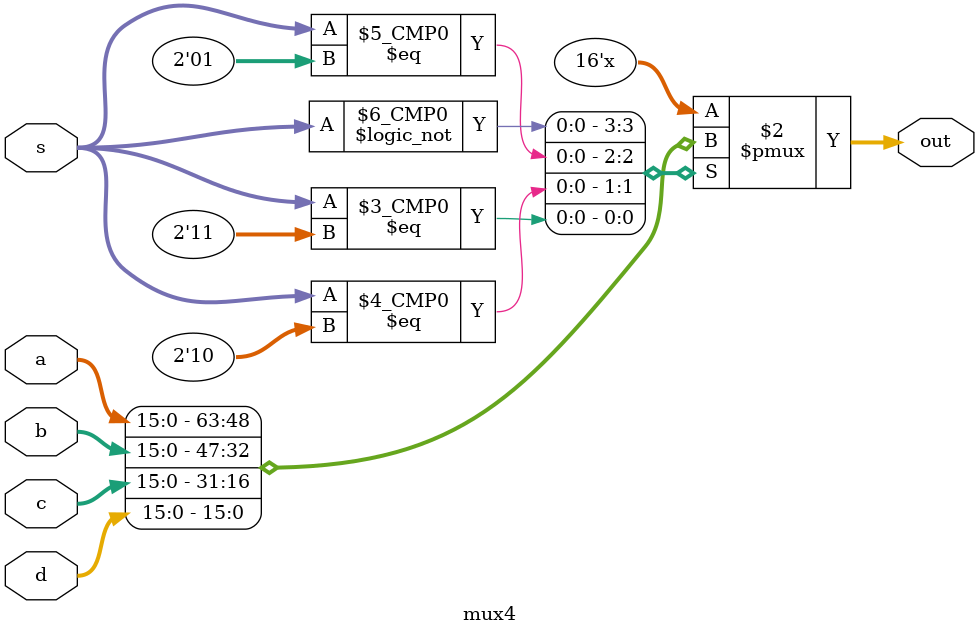
<source format=v>
module mux4 #(parameter WIDTH=16)(
	input[1:0] s, 
	input[WIDTH-1:0] a, b, c, d,
	output reg[WIDTH-1:0] out);
	
	always@(*) begin
		case(s)
			2'b0:  out <= a;
			2'b1:  out <= b;
			2'b10: out <= c;
			2'b11: out <= d;
			default: out <= a;
		endcase
	end
endmodule 
</source>
